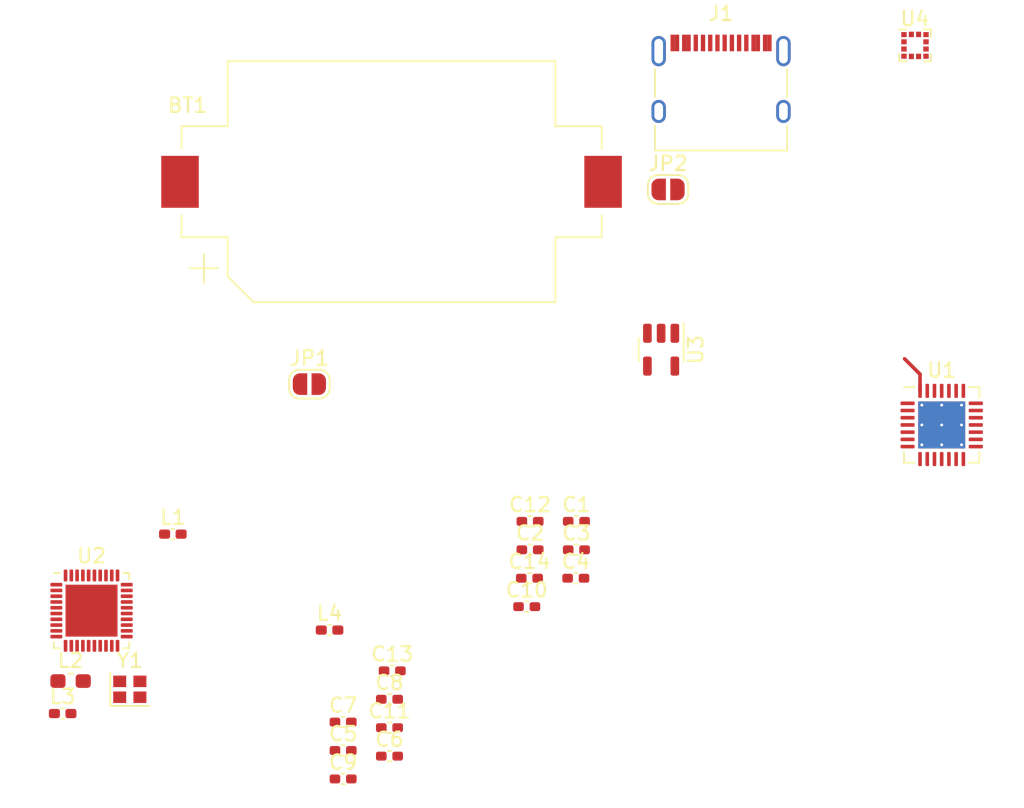
<source format=kicad_pcb>
(kicad_pcb (version 20211014) (generator pcbnew)
  (layers (0 "F.Cu" signal) (31 "B.Cu" signal) (34 "B.Paste" user) (35 "F.Paste" user) (36 "B.SilkS" user "B.Silkscreen") (37 "F.SilkS" user "F.Silkscreen") (38 "B.Mask" user) (39 "F.Mask" user) (44 "Edge.Cuts" user))
  (net 0 "")
  (net 63 "GND")
  (net 99 "Net-(U2-Pad37)")
  (net 105 "+3.3V")
  (net 106 "VBUS")
  (net 107 "/Power/D+")
  (net 108 "/Power/D-")
  (net 109 "+1V8")
  (net 110 "+5V")
  (net 111 "/MAX30003/CSB")
  (net 112 "/MAX30003/SCK")
  (net 113 "/MAX30003/MOSI")
  (net 114 "/MAX30003/MISO")
  (net 115 "/MAX30003/INT2B")
  (net 116 "/MAX30003/INTB")
  (net 117 "/Nordic_nRF52820/P0.16")
  (net 121 "/MC3419_MEMS/I2C_SDA")
  (net 124 "/MC3419_MEMS/MC3419_INT1")
  (net 125 "/MC3419_MEMS/MC3419_INT2")
  (net 129 "/MC3419_MEMS/I2C_SCL")
  (footprint "Capacitor_SMD:C_0402_1005Metric_Pad0.74x0.62mm_HandSolder" (layer "F.Cu") (at 92.5926 108.8876)
    (fp_text reference "C6" (at 0 -1.16) (layer "F.SilkS"))
    (fp_text value "12pF")
    (fp_line (start -0.115835 0.36) (end 0.115835 0.36) (layer "F.SilkS") (width 0.12))
    (fp_line (start -0.115835 -0.36) (end 0.115835 -0.36) (layer "F.SilkS") (width 0.12))
    (pad "1" smd roundrect (at -0.5675 0) (size 0.735 0.62) (layers "F.Cu" "F.Paste" "F.Mask"))
    (pad "2" smd roundrect (at 0.5675 0) (size 0.735 0.62) (layers "F.Cu" "F.Paste" "F.Mask"))
  )
  (footprint "Capacitor_SMD:C_0402_1005Metric_Pad0.74x0.62mm_HandSolder" (layer "F.Cu") (at 89.3826 110.4676)
    (fp_text reference "C9" (at 0 -1.16) (layer "F.SilkS"))
    (fp_text value "1uF")
    (fp_line (start -0.115835 -0.36) (end 0.115835 -0.36) (layer "F.SilkS") (width 0.12))
    (fp_line (start -0.115835 0.36) (end 0.115835 0.36) (layer "F.SilkS") (width 0.12))
    (pad "1" smd roundrect (at -0.5675 0) (size 0.735 0.62) (layers "F.Cu" "F.Paste" "F.Mask"))
    (pad "2" smd roundrect (at 0.5675 0) (size 0.735 0.62) (layers "F.Cu" "F.Paste" "F.Mask"))
  )
  (footprint "Capacitor_SMD:C_0402_1005Metric_Pad0.74x0.62mm_HandSolder" (layer "F.Cu") (at 92.7826 102.9776)
    (fp_text reference "C13" (at 0 -1.16) (layer "F.SilkS"))
    (fp_text value "100nF")
    (fp_line (start -0.115835 0.36) (end 0.115835 0.36) (layer "F.SilkS") (width 0.12))
    (fp_line (start -0.115835 -0.36) (end 0.115835 -0.36) (layer "F.SilkS") (width 0.12))
    (pad "1" smd roundrect (at -0.5675 0) (size 0.735 0.62) (layers "F.Cu" "F.Paste" "F.Mask"))
    (pad "2" smd roundrect (at 0.5675 0) (size 0.735 0.62) (layers "F.Cu" "F.Paste" "F.Mask"))
  )
  (footprint "Package_DFN_QFN:TQFN-28-1EP_5x5mm_P0.5mm_EP3.25x3.25mm_ThermalVias" (layer "F.Cu") (at 130.8354 85.937533)
    (fp_text reference "U1" (at 0 -3.8) (layer "F.SilkS"))
    (fp_text value "MAX30003CTI+")
    (fp_line (start 2.61 2.61) (end 2.61 1.885) (layer "F.SilkS") (width 0.12))
    (fp_line (start -2.61 2.61) (end -2.61 1.885) (layer "F.SilkS") (width 0.12))
    (fp_line (start 1.885 2.61) (end 2.61 2.61) (layer "F.SilkS") (width 0.12))
    (fp_line (start 1.885 -2.61) (end 2.61 -2.61) (layer "F.SilkS") (width 0.12))
    (fp_line (start 2.61 -2.61) (end 2.61 -1.885) (layer "F.SilkS") (width 0.12))
    (fp_line (start -1.885 2.61) (end -2.61 2.61) (layer "F.SilkS") (width 0.12))
    (fp_line (start -1.885 -2.61) (end -2.61 -2.61) (layer "F.SilkS") (width 0.12))
    (pad "1" smd roundrect (at -2.3625 -1.5) (size 0.975 0.25) (layers "F.Cu" "F.Paste" "F.Mask"))
    (pad "2" smd roundrect (at -2.3625 -1) (size 0.975 0.25) (layers "F.Cu" "F.Paste" "F.Mask"))
    (pad "3" smd roundrect (at -2.3625 -0.5) (size 0.975 0.25) (layers "F.Cu" "F.Paste" "F.Mask") (net 63 "GND"))
    (pad "4" smd roundrect (at -2.3625 0) (size 0.975 0.25) (layers "F.Cu" "F.Paste" "F.Mask"))
    (pad "5" smd roundrect (at -2.3625 0.5) (size 0.975 0.25) (layers "F.Cu" "F.Paste" "F.Mask"))
    (pad "6" smd roundrect (at -2.3625 1) (size 0.975 0.25) (layers "F.Cu" "F.Paste" "F.Mask"))
    (pad "7" smd roundrect (at -2.3625 1.5) (size 0.975 0.25) (layers "F.Cu" "F.Paste" "F.Mask"))
    (pad "8" smd roundrect (at -1.5 2.3625) (size 0.25 0.975) (layers "F.Cu" "F.Paste" "F.Mask") (net 63 "GND"))
    (pad "9" smd roundrect (at -1 2.3625) (size 0.25 0.975) (layers "F.Cu" "F.Paste" "F.Mask"))
    (pad "10" smd roundrect (at -0.5 2.3625) (size 0.25 0.975) (layers "F.Cu" "F.Paste" "F.Mask"))
    (pad "11" smd roundrect (at 0 2.3625) (size 0.25 0.975) (layers "F.Cu" "F.Paste" "F.Mask"))
    (pad "12" smd roundrect (at 0.5 2.3625) (size 0.25 0.975) (layers "F.Cu" "F.Paste" "F.Mask") (net 63 "GND"))
    (pad "13" smd roundrect (at 1 2.3625) (size 0.25 0.975) (layers "F.Cu" "F.Paste" "F.Mask"))
    (pad "14" smd roundrect (at 1.5 2.3625) (size 0.25 0.975) (layers "F.Cu" "F.Paste" "F.Mask"))
    (pad "15" smd roundrect (at 2.3625 1.5) (size 0.975 0.25) (layers "F.Cu" "F.Paste" "F.Mask") (net 111 "/MAX30003/CSB"))
    (pad "16" smd roundrect (at 2.3625 1) (size 0.975 0.25) (layers "F.Cu" "F.Paste" "F.Mask") (net 112 "/MAX30003/SCK"))
    (pad "17" smd roundrect (at 2.3625 0.5) (size 0.975 0.25) (layers "F.Cu" "F.Paste" "F.Mask") (net 113 "/MAX30003/MOSI"))
    (pad "18" smd roundrect (at 2.3625 0) (size 0.975 0.25) (layers "F.Cu" "F.Paste" "F.Mask") (net 114 "/MAX30003/MISO"))
    (pad "19" smd roundrect (at 2.3625 -0.5) (size 0.975 0.25) (layers "F.Cu" "F.Paste" "F.Mask"))
    (pad "20" smd roundrect (at 2.3625 -1) (size 0.975 0.25) (layers "F.Cu" "F.Paste" "F.Mask") (net 115 "/MAX30003/INT2B"))
    (pad "21" smd roundrect (at 2.3625 -1.5) (size 0.975 0.25) (layers "F.Cu" "F.Paste" "F.Mask") (net 116 "/MAX30003/INTB"))
    (pad "22" smd roundrect (at 1.5 -2.3625) (size 0.25 0.975) (layers "F.Cu" "F.Paste" "F.Mask"))
    (pad "23" smd roundrect (at 1 -2.3625) (size 0.25 0.975) (layers "F.Cu" "F.Paste" "F.Mask"))
    (pad "24" smd roundrect (at 0.5 -2.3625) (size 0.25 0.975) (layers "F.Cu" "F.Paste" "F.Mask"))
    (pad "25" smd roundrect (at 0 -2.3625) (size 0.25 0.975) (layers "F.Cu" "F.Paste" "F.Mask"))
    (pad "26" smd roundrect (at -0.5 -2.3625) (size 0.25 0.975) (layers "F.Cu" "F.Paste" "F.Mask"))
    (pad "27" smd roundrect (at -1 -2.3625) (size 0.25 0.975) (layers "F.Cu" "F.Paste" "F.Mask"))
    (pad "28" smd roundrect (at -1.5 -2.3625) (size 0.25 0.975) (layers "F.Cu" "F.Paste" "F.Mask") (net 63 "GND"))
    (pad "29" thru_hole circle (at 0 1.375) (size 0.5 0.5) (drill 0.2) (layers *.Cu) (net 63 "GND"))
    (pad "29" thru_hole circle (at 1.375 1.375) (size 0.5 0.5) (drill 0.2) (layers *.Cu) (net 63 "GND"))
    (pad "29" smd rect (at 0 0) (size 3.25 3.25) (layers "B.Cu") (net 63 "GND"))
    (pad "29" thru_hole circle (at -1.375 0) (size 0.5 0.5) (drill 0.2) (layers *.Cu) (net 63 "GND"))
    (pad "29" thru_hole circle (at 0 -1.375) (size 0.5 0.5) (drill 0.2) (layers *.Cu) (net 63 "GND"))
    (pad "29" thru_hole circle (at 0 0) (size 0.5 0.5) (drill 0.2) (layers *.Cu) (net 63 "GND"))
    (pad "29" thru_hole circle (at -1.375 -1.375) (size 0.5 0.5) (drill 0.2) (layers *.Cu) (net 63 "GND"))
    (pad "29" thru_hole circle (at 1.375 -1.375) (size 0.5 0.5) (drill 0.2) (layers *.Cu) (net 63 "GND"))
    (pad "29" thru_hole circle (at -1.375 1.375) (size 0.5 0.5) (drill 0.2) (layers *.Cu) (net 63 "GND"))
    (pad "29" thru_hole circle (at 1.375 0) (size 0.5 0.5) (drill 0.2) (layers *.Cu) (net 63 "GND"))
    (pad "29" smd rect (at 0 0) (size 3.25 3.25) (layers "F.Cu" "F.Mask") (net 63 "GND"))
  )
  (footprint "Capacitor_SMD:C_0402_1005Metric_Pad0.74x0.62mm_HandSolder" (layer "F.Cu") (at 105.537 94.5896)
    (fp_text reference "C3" (at 0 -1.16) (layer "F.SilkS"))
    (fp_text value "12pF")
    (fp_line (start -0.115835 0.36) (end 0.115835 0.36) (layer "F.SilkS") (width 0.12))
    (fp_line (start -0.115835 -0.36) (end 0.115835 -0.36) (layer "F.SilkS") (width 0.12))
    (pad "1" smd roundrect (at -0.5675 0) (size 0.735 0.62) (layers "F.Cu" "F.Paste" "F.Mask"))
    (pad "2" smd roundrect (at 0.5675 0) (size 0.735 0.62) (layers "F.Cu" "F.Paste" "F.Mask"))
  )
  (footprint "Capacitor_SMD:C_0402_1005Metric_Pad0.74x0.62mm_HandSolder" (layer "F.Cu") (at 89.3826 106.5276)
    (fp_text reference "C7" (at 0 -1.16) (layer "F.SilkS"))
    (fp_text value "12pF")
    (fp_line (start -0.115835 0.36) (end 0.115835 0.36) (layer "F.SilkS") (width 0.12))
    (fp_line (start -0.115835 -0.36) (end 0.115835 -0.36) (layer "F.SilkS") (width 0.12))
    (pad "1" smd roundrect (at -0.5675 0) (size 0.735 0.62) (layers "F.Cu" "F.Paste" "F.Mask"))
    (pad "2" smd roundrect (at 0.5675 0) (size 0.735 0.62) (layers "F.Cu" "F.Paste" "F.Mask"))
  )
  (footprint "Capacitor_SMD:C_0402_1005Metric_Pad0.74x0.62mm_HandSolder" (layer "F.Cu") (at 92.5926 104.9476)
    (fp_text reference "C8" (at 0 -1.16) (layer "F.SilkS"))
    (fp_text value "100pF")
    (fp_line (start -0.115835 0.36) (end 0.115835 0.36) (layer "F.SilkS") (width 0.12))
    (fp_line (start -0.115835 -0.36) (end 0.115835 -0.36) (layer "F.SilkS") (width 0.12))
    (pad "1" smd roundrect (at -0.5675 0) (size 0.735 0.62) (layers "F.Cu" "F.Paste" "F.Mask"))
    (pad "2" smd roundrect (at 0.5675 0) (size 0.735 0.62) (layers "F.Cu" "F.Paste" "F.Mask"))
  )
  (footprint "Jumper:SolderJumper-2_P1.3mm_Open_RoundedPad1.0x1.5mm" (layer "F.Cu") (at 111.8854 69.617533)
    (fp_text reference "JP2" (at 0 -1.8) (layer "F.SilkS"))
    (fp_text value "SolderJumper_2_Open")
    (fp_line (start 1.4 -0.3) (end 1.4 0.3) (layer "F.SilkS") (width 0.12))
    (fp_line (start -0.7 -1) (end 0.7 -1) (layer "F.SilkS") (width 0.12))
    (fp_line (start -1.4 0.3) (end -1.4 -0.3) (layer "F.SilkS") (width 0.12))
    (fp_line (start 0.7 1) (end -0.7 1) (layer "F.SilkS") (width 0.12))
    (fp_arc (start -1.4 -0.3) (mid -1.194975 -0.794975) (end -0.7 -1) (layer "F.SilkS") (width 0.12))
    (fp_arc (start 1.4 0.3) (mid 1.194975 0.794975) (end 0.7 1) (layer "F.SilkS") (width 0.12))
    (fp_arc (start -0.7 1) (mid -1.194975 0.794975) (end -1.4 0.3) (layer "F.SilkS") (width 0.12))
    (fp_arc (start 0.7 -1) (mid 1.194975 -0.794975) (end 1.4 -0.3) (layer "F.SilkS") (width 0.12))
    (pad "1" smd custom (at -0.65 0) (size 1 0.5) (layers "F.Cu" "F.Mask") (net 109 "+1V8") (options (clearance outline) (anchor rect)) (primitives (gr_circle (center 0 0.25) (end 0.5 0.25) (width 0) (fill yes)) (gr_circle (center 0 -0.25) (end 0.5 -0.25) (width 0) (fill yes)) (gr_poly (pts (xy 0.5 0.75) (xy 0 0.75) (xy 0 -0.75) (xy 0.5 -0.75)) (width 0) (fill yes))))
    (pad "2" smd custom (at 0.65 0) (size 1 0.5) (layers "F.Cu" "F.Mask") (net 110 "+5V") (options (clearance outline) (anchor rect)) (primitives (gr_circle (center 0 0.25) (end 0.5 0.25) (width 0) (fill yes)) (gr_circle (center 0 -0.25) (end 0.5 -0.25) (width 0) (fill yes)) (gr_poly (pts (xy 0 0.75) (xy -0.5 0.75) (xy -0.5 -0.75) (xy 0 -0.75)) (width 0) (fill yes))))
  )
  (footprint "Capacitor_SMD:C_0402_1005Metric_Pad0.74x0.62mm_HandSolder" (layer "F.Cu") (at 89.3826 108.4976)
    (fp_text reference "C5" (at 0 -1.16) (layer "F.SilkS"))
    (fp_text value "820pF")
    (fp_line (start -0.115835 -0.36) (end 0.115835 -0.36) (layer "F.SilkS") (width 0.12))
    (fp_line (start -0.115835 0.36) (end 0.115835 0.36) (layer "F.SilkS") (width 0.12))
    (pad "1" smd roundrect (at -0.5675 0) (size 0.735 0.62) (layers "F.Cu" "F.Paste" "F.Mask"))
    (pad "2" smd roundrect (at 0.5675 0) (size 0.735 0.62) (layers "F.Cu" "F.Paste" "F.Mask"))
  )
  (footprint "Capacitor_SMD:C_0402_1005Metric_Pad0.74x0.62mm_HandSolder" (layer "F.Cu") (at 102.327 92.6196)
    (fp_text reference "C12" (at 0 -1.16) (layer "F.SilkS"))
    (fp_text value "100nF")
    (fp_line (start -0.115835 -0.36) (end 0.115835 -0.36) (layer "F.SilkS") (width 0.12))
    (fp_line (start -0.115835 0.36) (end 0.115835 0.36) (layer "F.SilkS") (width 0.12))
    (pad "1" smd roundrect (at -0.5675 0) (size 0.735 0.62) (layers "F.Cu" "F.Paste" "F.Mask"))
    (pad "2" smd roundrect (at 0.5675 0) (size 0.735 0.62) (layers "F.Cu" "F.Paste" "F.Mask"))
  )
  (footprint "Crystal:Crystal_SMD_2016-4Pin_2.0x1.6mm" (layer "F.Cu") (at 74.6082 104.256)
    (fp_text reference "Y1" (at 0 -2) (layer "F.SilkS"))
    (fp_text value "Crystal_GND23")
    (fp_line (start -1.35 1.15) (end 1.35 1.15) (layer "F.SilkS") (width 0.12))
    (fp_line (start -1.35 -1.15) (end -1.35 1.15) (layer "F.SilkS") (width 0.12))
    (pad "1" smd rect (at -0.7 0.55) (size 0.9 0.8) (layers "F.Cu" "F.Paste" "F.Mask"))
    (pad "2" smd rect (at 0.7 0.55) (size 0.9 0.8) (layers "F.Cu" "F.Paste" "F.Mask"))
    (pad "3" smd rect (at 0.7 -0.55) (size 0.9 0.8) (layers "F.Cu" "F.Paste" "F.Mask"))
    (pad "4" smd rect (at -0.7 -0.55) (size 0.9 0.8) (layers "F.Cu" "F.Paste" "F.Mask"))
  )
  (footprint "Inductor_SMD:L_0402_1005Metric_Pad0.77x0.64mm_HandSolder" (layer "F.Cu") (at 69.9582 105.936)
    (fp_text reference "L3" (at 0 -1.17) (layer "F.SilkS"))
    (fp_text value "4.7nH")
    (fp_line (start -0.1002 -0.36) (end 0.1002 -0.36) (layer "F.SilkS") (width 0.12))
    (fp_line (start -0.1002 0.36) (end 0.1002 0.36) (layer "F.SilkS") (width 0.12))
    (pad "1" smd roundrect (at -0.5725 0) (size 0.765 0.64) (layers "F.Cu" "F.Paste" "F.Mask"))
    (pad "2" smd roundrect (at 0.5725 0) (size 0.765 0.64) (layers "F.Cu" "F.Paste" "F.Mask"))
  )
  (footprint "Inductor_SMD:L_0603_1608Metric_Pad1.05x0.95mm_HandSolder" (layer "F.Cu") (at 70.5082 103.686)
    (fp_text reference "L2" (at 0 -1.43) (layer "F.SilkS"))
    (fp_text value "10uH")
    (fp_line (start -0.171267 0.51) (end 0.171267 0.51) (layer "F.SilkS") (width 0.12))
    (fp_line (start -0.171267 -0.51) (end 0.171267 -0.51) (layer "F.SilkS") (width 0.12))
    (pad "1" smd roundrect (at -0.875 0) (size 1.05 0.95) (layers "F.Cu" "F.Paste" "F.Mask"))
    (pad "2" smd roundrect (at 0.875 0) (size 1.05 0.95) (layers "F.Cu" "F.Paste" "F.Mask"))
  )
  (footprint "Jumper:SolderJumper-2_P1.3mm_Open_RoundedPad1.0x1.5mm" (layer "F.Cu") (at 87.0458 83.1088)
    (fp_text reference "JP1" (at 0 -1.8) (layer "F.SilkS"))
    (fp_text value "SolderJumper_2_Open")
    (fp_line (start -0.7 -1) (end 0.7 -1) (layer "F.SilkS") (width 0.12))
    (fp_line (start -1.4 0.3) (end -1.4 -0.3) (layer "F.SilkS") (width 0.12))
    (fp_line (start 1.4 -0.3) (end 1.4 0.3) (layer "F.SilkS") (width 0.12))
    (fp_line (start 0.7 1) (end -0.7 1) (layer "F.SilkS") (width 0.12))
    (fp_arc (start -1.4 -0.3) (mid -1.194975 -0.794975) (end -0.7 -1) (layer "F.SilkS") (width 0.12))
    (fp_arc (start 1.4 0.3) (mid 1.194975 0.794975) (end 0.7 1) (layer "F.SilkS") (width 0.12))
    (fp_arc (start 0.7 -1) (mid 1.194975 -0.794975) (end 1.4 -0.3) (layer "F.SilkS") (width 0.12))
    (fp_arc (start -0.7 1) (mid -1.194975 0.794975) (end -1.4 0.3) (layer "F.SilkS") (width 0.12))
    (pad "1" smd custom (at -0.65 0) (size 1 0.5) (layers "F.Cu" "F.Mask") (options (clearance outline) (anchor rect)) (primitives (gr_circle (center 0 0.25) (end 0.5 0.25) (width 0) (fill yes)) (gr_circle (center 0 -0.25) (end 0.5 -0.25) (width 0) (fill yes)) (gr_poly (pts (xy 0.5 0.75) (xy 0 0.75) (xy 0 -0.75) (xy 0.5 -0.75)) (width 0) (fill yes))))
    (pad "2" smd custom (at 0.65 0) (size 1 0.5) (layers "F.Cu" "F.Mask") (options (clearance outline) (anchor rect)) (primitives (gr_circle (center 0 0.25) (end 0.5 0.25) (width 0) (fill yes)) (gr_circle (center 0 -0.25) (end 0.5 -0.25) (width 0) (fill yes)) (gr_poly (pts (xy 0 0.75) (xy -0.5 0.75) (xy -0.5 -0.75) (xy 0 -0.75)) (width 0) (fill yes))))
  )
  (footprint "Capacitor_SMD:C_0402_1005Metric_Pad0.74x0.62mm_HandSolder" (layer "F.Cu") (at 92.5926 106.9176)
    (fp_text reference "C11" (at 0 -1.16) (layer "F.SilkS"))
    (fp_text value "1.2pF")
    (fp_line (start -0.115835 0.36) (end 0.115835 0.36) (layer "F.SilkS") (width 0.12))
    (fp_line (start -0.115835 -0.36) (end 0.115835 -0.36) (layer "F.SilkS") (width 0.12))
    (pad "1" smd roundrect (at -0.5675 0) (size 0.735 0.62) (layers "F.Cu" "F.Paste" "F.Mask"))
    (pad "2" smd roundrect (at 0.5675 0) (size 0.735 0.62) (layers "F.Cu" "F.Paste" "F.Mask"))
  )
  (footprint "Inductor_SMD:L_0402_1005Metric_Pad0.77x0.64mm_HandSolder" (layer "F.Cu") (at 77.5892 93.503)
    (fp_text reference "L1" (at 0 -1.17) (layer "F.SilkS"))
    (fp_text value "15nH")
    (fp_line (start -0.1002 -0.36) (end 0.1002 -0.36) (layer "F.SilkS") (width 0.12))
    (fp_line (start -0.1002 0.36) (end 0.1002 0.36) (layer "F.SilkS") (width 0.12))
    (pad "1" smd roundrect (at -0.5725 0) (size 0.765 0.64) (layers "F.Cu" "F.Paste" "F.Mask"))
    (pad "2" smd roundrect (at 0.5725 0) (size 0.765 0.64) (layers "F.Cu" "F.Paste" "F.Mask"))
  )
  (footprint "Package_LGA:LGA-12_2x2mm_P0.5mm" (layer "F.Cu") (at 128.9854 59.637533)
    (fp_text reference "U4" (at 0 -1.85) (layer "F.SilkS"))
    (fp_text value "MC3419")
    (fp_line (start 1.1 0.6) (end 1.1 1.1) (layer "F.SilkS") (width 0.12))
    (fp_line (start -0.6 -1.1) (end -1.1 -1.1) (layer "F.SilkS") (width 0.12))
    (fp_line (start -0.6 1.1) (end -1.1 1.1) (layer "F.SilkS") (width 0.12))
    (fp_line (start 1.1 -1.1) (end 1.1 -0.6) (layer "F.SilkS") (width 0.12))
    (fp_line (start 0.6 1.1) (end 0.6 1.1) (layer "F.SilkS") (width 0.12))
    (fp_line (start -1.1 1.1) (end -1.1 0.6) (layer "F.SilkS") (width 0.12))
    (fp_line (start -1.1 -1.1) (end -1.1 -1.1) (layer "F.SilkS") (width 0.12))
    (fp_line (start 1.1 1.1) (end 0.6 1.1) (layer "F.SilkS") (width 0.12))
    (fp_line (start 1.1 -0.6) (end 1.1 -0.6) (layer "F.SilkS") (width 0.12))
    (fp_line (start 0.6 -1.1) (end 1.1 -1.1) (layer "F.SilkS") (width 0.12))
    (fp_line (start -1.1 0.6) (end -1.1 0.6) (layer "F.SilkS") (width 0.12))
    (pad "1" smd rect (at -0.7625 -0.75) (size 0.375 0.35) (layers "F.Cu" "F.Paste" "F.Mask"))
    (pad "2" smd rect (at -0.7625 -0.25) (size 0.375 0.35) (layers "F.Cu" "F.Paste" "F.Mask") (net 121 "/MC3419_MEMS/I2C_SDA"))
    (pad "3" smd rect (at -0.7625 0.25) (size 0.375 0.35) (layers "F.Cu" "F.Paste" "F.Mask"))
    (pad "4" smd rect (at -0.7625 0.75) (size 0.375 0.35) (layers "F.Cu" "F.Paste" "F.Mask"))
    (pad "5" smd rect (at -0.25 0.7625 90) (size 0.375 0.35) (layers "F.Cu" "F.Paste" "F.Mask") (net 124 "/MC3419_MEMS/MC3419_INT1"))
    (pad "6" smd rect (at 0.25 0.7625 90) (size 0.375 0.35) (layers "F.Cu" "F.Paste" "F.Mask") (net 125 "/MC3419_MEMS/MC3419_INT2"))
    (pad "7" smd rect (at 0.7625 0.75) (size 0.375 0.35) (layers "F.Cu" "F.Paste" "F.Mask") (net 109 "+1V8"))
    (pad "8" smd rect (at 0.7625 0.25) (size 0.375 0.35) (layers "F.Cu" "F.Paste" "F.Mask"))
    (pad "9" smd rect (at 0.7625 -0.25) (size 0.375 0.35) (layers "F.Cu" "F.Paste" "F.Mask") (net 63 "GND"))
    (pad "10" smd rect (at 0.7625 -0.75) (size 0.375 0.35) (layers "F.Cu" "F.Paste" "F.Mask"))
    (pad "11" smd rect (at 0.25 -0.7625 90) (size 0.375 0.35) (layers "F.Cu" "F.Paste" "F.Mask"))
    (pad "12" smd rect (at -0.25 -0.7625 90) (size 0.375 0.35) (layers "F.Cu" "F.Paste" "F.Mask") (net 129 "/MC3419_MEMS/I2C_SCL"))
  )
  (footprint "Battery:BatteryHolder_Keystone_1060_1x2032" (layer "F.Cu") (at 92.7354 69.088)
    (fp_text reference "BT1" (at -14.125 -5.3) (layer "F.SilkS"))
    (fp_text value "3.3V_CR2032")
    (fp_line (start -14.55 3.85) (end -14.55 2.3) (layer "F.SilkS") (width 0.12))
    (fp_line (start -11.35 -8.35) (end 11.35 -8.35) (layer "F.SilkS") (width 0.12))
    (fp_line (start -11.35 -8.35) (end -11.35 -3.85) (layer "F.SilkS") (width 0.12))
    (fp_line (start -11.35 -3.85) (end -14.55 -3.85) (layer "F.SilkS") (width 0.12))
    (fp_line (start -11.35 6.55) (end -11.35 3.85) (layer "F.SilkS") (width 0.12))
    (fp_line (start 11.35 -3.85) (end 14.55 -3.85) (layer "F.SilkS") (width 0.12))
    (fp_line (start -11.35 3.85) (end -14.55 3.85) (layer "F.SilkS") (width 0.12))
    (fp_line (start -12 6) (end -14 6) (layer "F.SilkS") (width 0.12))
    (fp_line (start 14.55 3.85) (end 14.55 2.3) (layer "F.SilkS") (width 0.12))
    (fp_line (start 14.55 -3.85) (end 14.55 -2.3) (layer "F.SilkS") (width 0.12))
    (fp_line (start 11.35 3.85) (end 14.55 3.85) (layer "F.SilkS") (width 0.12))
    (fp_line (start -13 5) (end -13 7) (layer "F.SilkS") (width 0.12))
    (fp_line (start -14.55 -3.85) (end -14.55 -2.3) (layer "F.SilkS") (width 0.12))
    (fp_line (start 11.35 8.35) (end 11.35 3.85) (layer "F.SilkS") (width 0.12))
    (fp_line (start -9.55 8.35) (end -11.35 6.55) (layer "F.SilkS") (width 0.12))
    (fp_line (start 11.35 8.35) (end -9.55 8.35) (layer "F.SilkS") (width 0.12))
    (fp_line (start 11.35 -8.35) (end 11.35 -3.85) (layer "F.SilkS") (width 0.12))
    (pad "1" smd rect (at -14.65 0 180) (size 2.6 3.6) (layers "F.Cu" "F.Paste" "F.Mask") (net 105 "+3.3V"))
    (pad "2" smd rect (at 14.65 0 180) (size 2.6 3.6) (layers "F.Cu" "F.Paste" "F.Mask") (net 63 "GND"))
  )
  (footprint "SB_Conn:USB_C_Receptacle_XKB_U262-16XN-4BVC11" (layer "F.Cu") (at 115.5554 63.137533)
    (fp_text reference "J1" (at 0 -5.715) (layer "F.SilkS"))
    (fp_text value "USB_C_Receptacle" hide)
    (fp_line (start -4.58 -1.85) (end -4.58 0.07) (layer "F.SilkS") (width 0.12))
    (fp_line (start 4.58 3.785) (end -4.58 3.785) (layer "F.SilkS") (width 0.12))
    (fp_line (start -4.58 3.785) (end -4.58 2.08) (layer "F.SilkS") (width 0.12))
    (fp_line (start 4.58 0.07) (end 4.58 -1.85) (layer "F.SilkS") (width 0.12))
    (fp_line (start 4.58 2.08) (end 4.58 3.785) (layer "F.SilkS") (width 0.12))
    (pad "" np_thru_hole circle (at 2.89 -2.605) (size 0.65 0.65) (drill 0.65) (layers *.Cu *.Mask))
    (pad "" np_thru_hole circle (at -2.89 -2.605) (size 0.65 0.65) (drill 0.65) (layers *.Cu *.Mask))
    (pad "A1" smd rect (at -3.35 -3.67) (size 0.3 1.15) (layers "F.Cu" "F.Paste" "F.Mask") (net 63 "GND"))
    (pad "A4" smd rect (at -2.55 -3.67) (size 0.3 1.15) (layers "F.Cu" "F.Paste" "F.Mask") (net 106 "VBUS"))
    (pad "A5" smd rect (at -1.25 -3.67) (size 0.3 1.15) (layers "F.Cu" "F.Paste" "F.Mask"))
    (pad "A6" smd rect (at -0.25 -3.67) (size 0.3 1.15) (layers "F.Cu" "F.Paste" "F.Mask") (net 107 "/Power/D+"))
    (pad "A7" smd rect (at 0.25 -3.67) (size 0.3 1.15) (layers "F.Cu" "F.Paste" "F.Mask") (net 108 "/Power/D-"))
    (pad "A8" smd rect (at 1.25 -3.67) (size 0.3 1.15) (layers "F.Cu" "F.Paste" "F.Mask"))
    (pad "A9" smd rect (at 2.55 -3.67) (size 0.3 1.15) (layers "F.Cu" "F.Paste" "F.Mask") (net 106 "VBUS"))
    (pad "A12" smd rect (at 3.35 -3.67) (size 0.3 1.15) (layers "F.Cu" "F.Paste" "F.Mask") (net 63 "GND"))
    (pad "B1" smd rect (at 3.05 -3.67) (size 0.3 1.15) (layers "F.Cu" "F.Paste" "F.Mask") (net 63 "GND"))
    (pad "B4" smd rect (at 2.25 -3.67) (size 0.3 1.15) (layers "F.Cu" "F.Paste" "F.Mask") (net 106 "VBUS"))
    (pad "B5" smd rect (at 1.75 -3.67) (size 0.3 1.15) (layers "F.Cu" "F.Paste" "F.Mask"))
    (pad "B6" smd rect (at 0.75 -3.67) (size 0.3 1.15) (layers "F.Cu" "F.Paste" "F.Mask") (net 107 "/Power/D+"))
    (pad "B7" smd rect (at -0.75 -3.67) (size 0.3 1.15) (layers "F.Cu" "F.Paste" "F.Mask") (net 108 "/Power/D-"))
    (pad "B8" smd rect (at -1.75 -3.67) (size 0.3 1.15) (layers "F.Cu" "F.Paste" "F.Mask"))
    (pad "B9" smd rect (at -2.25 -3.67) (size 0.3 1.15) (layers "F.Cu" "F.Paste" "F.Mask") (net 106 "VBUS"))
    (pad "B12" smd rect (at -3.05 -3.67) (size 0.3 1.15) (layers "F.Cu" "F.Paste" "F.Mask") (net 63 "GND"))
    (pad "S1" thru_hole oval (at -4.32 1.075) (size 1 1.6) (drill oval 0.6 1.2) (layers *.Cu *.Mask) (net 63 "GND"))
    (pad "S1" thru_hole oval (at -4.32 -3.105) (size 1 2.1) (drill oval 0.6 1.7) (layers *.Cu *.Mask) (net 63 "GND"))
    (pad "S1" thru_hole oval (at 4.32 1.075) (size 1 1.6) (drill oval 0.6 1.2) (layers *.Cu *.Mask) (net 63 "GND"))
    (pad "S1" thru_hole oval (at 4.32 -3.105) (size 1 2.1) (drill oval 0.6 1.7) (layers *.Cu *.Mask) (net 63 "GND"))
  )
  (footprint "Package_DFN_QFN:QFN-40-1EP_5x5mm_P0.4mm_EP3.6x3.6mm" (layer "F.Cu") (at 71.9582 98.806)
    (fp_text reference "U2" (at 0 -3.8) (layer "F.SilkS"))
    (fp_text value "nRF52820-QDxx")
    (fp_line (start 2.61 2.61) (end 2.61 2.185) (layer "F.SilkS") (width 0.12))
    (fp_line (start 2.61 -2.61) (end 2.61 -2.185) (layer "F.SilkS") (width 0.12))
    (fp_line (start 2.185 2.61) (end 2.61 2.61) (layer "F.SilkS") (width 0.12))
    (fp_line (start -2.185 2.61) (end -2.61 2.61) (layer "F.SilkS") (width 0.12))
    (fp_line (start 2.185 -2.61) (end 2.61 -2.61) (layer "F.SilkS") (width 0.12))
    (fp_line (start -2.61 2.61) (end -2.61 2.185) (layer "F.SilkS") (width 0.12))
    (fp_line (start -2.185 -2.61) (end -2.61 -2.61) (layer "F.SilkS") (width 0.12))
    (pad "1" smd roundrect (at -2.4375 -1.8) (size 0.825 0.25) (layers "F.Cu" "F.Paste" "F.Mask"))
    (pad "2" smd roundrect (at -2.4375 -1.4) (size 0.825 0.25) (layers "F.Cu" "F.Paste" "F.Mask"))
    (pad "3" smd roundrect (at -2.4375 -1) (size 0.825 0.25) (layers "F.Cu" "F.Paste" "F.Mask"))
    (pad "4" smd roundrect (at -2.4375 -0.6) (size 0.825 0.25) (layers "F.Cu" "F.Paste" "F.Mask"))
    (pad "5" smd roundrect (at -2.4375 -0.2) (size 0.825 0.25) (layers "F.Cu" "F.Paste" "F.Mask"))
    (pad "6" smd roundrect (at -2.4375 0.2) (size 0.825 0.25) (layers "F.Cu" "F.Paste" "F.Mask"))
    (pad "7" smd roundrect (at -2.4375 0.6) (size 0.825 0.25) (layers "F.Cu" "F.Paste" "F.Mask"))
    (pad "8" smd roundrect (at -2.4375 1) (size 0.825 0.25) (layers "F.Cu" "F.Paste" "F.Mask"))
    (pad "9" smd roundrect (at -2.4375 1.4) (size 0.825 0.25) (layers "F.Cu" "F.Paste" "F.Mask"))
    (pad "10" smd roundrect (at -2.4375 1.8) (size 0.825 0.25) (layers "F.Cu" "F.Paste" "F.Mask"))
    (pad "11" smd roundrect (at -1.8 2.4375) (size 0.25 0.825) (layers "F.Cu" "F.Paste" "F.Mask"))
    (pad "12" smd roundrect (at -1.4 2.4375) (size 0.25 0.825) (layers "F.Cu" "F.Paste" "F.Mask"))
    (pad "13" smd roundrect (at -1 2.4375) (size 0.25 0.825) (layers "F.Cu" "F.Paste" "F.Mask"))
    (pad "14" smd roundrect (at -0.6 2.4375) (size 0.25 0.825) (layers "F.Cu" "F.Paste" "F.Mask"))
    (pad "15" smd roundrect (at -0.2 2.4375) (size 0.25 0.825) (layers "F.Cu" "F.Paste" "F.Mask"))
    (pad "16" smd roundrect (at 0.2 2.4375) (size 0.25 0.825) (layers "F.Cu" "F.Paste" "F.Mask"))
    (pad "17" smd roundrect (at 0.6 2.4375) (size 0.25 0.825) (layers "F.Cu" "F.Paste" "F.Mask"))
    (pad "18" smd roundrect (at 1 2.4375) (size 0.25 0.825) (layers "F.Cu" "F.Paste" "F.Mask"))
    (pad "19" smd roundrect (at 1.4 2.4375) (size 0.25 0.825) (layers "F.Cu" "F.Paste" "F.Mask"))
    (pad "20" smd roundrect (at 1.8 2.4375) (size 0.25 0.825) (layers "F.Cu" "F.Paste" "F.Mask"))
    (pad "21" smd roundrect (at 2.4375 1.8) (size 0.825 0.25) (layers "F.Cu" "F.Paste" "F.Mask"))
    (pad "22" smd roundrect (at 2.4375 1.4) (size 0.825 0.25) (layers "F.Cu" "F.Paste" "F.Mask") (net 117 "/Nordic_nRF52820/P0.16"))
    (pad "23" smd roundrect (at 2.4375 1) (size 0.825 0.25) (layers "F.Cu" "F.Paste" "F.Mask"))
    (pad "24" smd roundrect (at 2.4375 0.6) (size 0.825 0.25) (layers "F.Cu" "F.Paste" "F.Mask"))
    (pad "25" smd roundrect (at 2.4375 0.2) (size 0.825 0.25) (layers "F.Cu" "F.Paste" "F.Mask"))
    (pad "26" smd roundrect (at 2.4375 -0.2) (size 0.825 0.25) (layers "F.Cu" "F.Paste" "F.Mask"))
    (pad "27" smd roundrect (at 2.4375 -0.6) (size 0.825 0.25) (layers "F.Cu" "F.Paste" "F.Mask"))
    (pad "28" smd roundrect (at 2.4375 -1) (size 0.825 0.25) (layers "F.Cu" "F.Paste" "F.Mask"))
    (pad "29" smd roundrect (at 2.4375 -1.4) (size 0.825 0.25) (layers "F.Cu" "F.Paste" "F.Mask"))
    (pad "30" smd roundrect (at 2.4375 -1.8) (size 0.825 0.25) (layers "F.Cu" "F.Paste" "F.Mask"))
    (pad "31" smd roundrect (at 1.8 -2.4375) (size 0.25 0.825) (layers "F.Cu" "F.Paste" "F.Mask"))
    (pad "32" smd roundrect (at 1.4 -2.4375) (size 0.25 0.825) (layers "F.Cu" "F.Paste" "F.Mask"))
    (pad "33" smd roundrect (at 1 -2.4375) (size 0.25 0.825) (layers "F.Cu" "F.Paste" "F.Mask"))
    (pad "34" smd roundrect (at 0.6 -2.4375) (size 0.25 0.825) (layers "F.Cu" "F.Paste" "F.Mask"))
    (pad "35" smd roundrect (at 0.2 -2.4375) (size 0.25 0.825) (layers "F.Cu" "F.Paste" "F.Mask"))
    (pad "36" smd roundrect (at -0.2 -2.4375) (size 0.25 0.825) (layers "F.Cu" "F.Paste" "F.Mask"))
    (pad "37" smd roundrect (at -0.6 -2.4375) (size 0.25 0.825) (layers "F.Cu" "F.Paste" "F.Mask") (net 99 "Net-(U2-Pad37)"))
    (pad "38" smd roundrect (at -1 -2.4375) (size 0.25 0.825) (layers "F.Cu" "F.Paste" "F.Mask"))
    (pad "39" smd roundrect (at -1.4 -2.4375) (size 0.25 0.825) (layers "F.Cu" "F.Paste" "F.Mask"))
    (pad "40" smd roundrect (at -1.8 -2.4375) (size 0.25 0.825) (layers "F.Cu" "F.Paste" "F.Mask"))
    (pad "41" smd rect (at 0 0) (size 3.6 3.6) (layers "F.Cu" "F.Mask") (net 99 "Net-(U2-Pad37)"))
  )
  (footprint "Capacitor_SMD:C_0402_1005Metric_Pad0.74x0.62mm_HandSolder" (layer "F.Cu") (at 102.287 96.5596)
    (fp_text reference "C14" (at 0 -1.16) (layer "F.SilkS"))
    (fp_text value "100nF")
    (fp_line (start -0.115835 0.36) (end 0.115835 0.36) (layer "F.SilkS") (width 0.12))
    (fp_line (start -0.115835 -0.36) (end 0.115835 -0.36) (layer "F.SilkS") (width 0.12))
    (pad "1" smd roundrect (at -0.5675 0) (size 0.735 0.62) (layers "F.Cu" "F.Paste" "F.Mask"))
    (pad "2" smd roundrect (at 0.5675 0) (size 0.735 0.62) (layers "F.Cu" "F.Paste" "F.Mask"))
  )
  (footprint "Capacitor_SMD:C_0402_1005Metric_Pad0.74x0.62mm_HandSolder" (layer "F.Cu") (at 102.097 98.5296)
    (fp_text reference "C10" (at 0 -1.16) (layer "F.SilkS"))
    (fp_text value "1pF")
    (fp_line (start -0.115835 -0.36) (end 0.115835 -0.36) (layer "F.SilkS") (width 0.12))
    (fp_line (start -0.115835 0.36) (end 0.115835 0.36) (layer "F.SilkS") (width 0.12))
    (pad "1" smd roundrect (at -0.5675 0) (size 0.735 0.62) (layers "F.Cu" "F.Paste" "F.Mask"))
    (pad "2" smd roundrect (at 0.5675 0) (size 0.735 0.62) (layers "F.Cu" "F.Paste" "F.Mask"))
  )
  (footprint "Capacitor_SMD:C_0402_1005Metric_Pad0.74x0.62mm_HandSolder" (layer "F.Cu") (at 105.537 92.6196)
    (fp_text reference "C1" (at 0 -1.16) (layer "F.SilkS"))
    (fp_text value "4.7uF")
    (fp_line (start -0.115835 -0.36) (end 0.115835 -0.36) (layer "F.SilkS") (width 0.12))
    (fp_line (start -0.115835 0.36) (end 0.115835 0.36) (layer "F.SilkS") (width 0.12))
    (pad "1" smd roundrect (at -0.5675 0) (size 0.735 0.62) (layers "F.Cu" "F.Paste" "F.Mask"))
    (pad "2" smd roundrect (at 0.5675 0) (size 0.735 0.62) (layers "F.Cu" "F.Paste" "F.Mask"))
  )
  (footprint "Package_TO_SOT_SMD:SOT-23-5" (layer "F.Cu") (at 111.4044 80.7212 -90)
    (fp_text reference "U3" (at 0 -2.4 90) (layer "F.SilkS"))
    (fp_text value "RT9193-18GB")
    (fp_line (start 0 -1.56) (end -1.8 -1.56) (layer "F.SilkS") (width 0.12))
    (fp_line (start 0 1.56) (end 0.8 1.56) (layer "F.SilkS") (width 0.12))
    (fp_line (start 0 1.56) (end -0.8 1.56) (layer "F.SilkS") (width 0.12))
    (fp_line (start 0 -1.56) (end 0.8 -1.56) (layer "F.SilkS") (width 0.12))
    (pad "1" smd roundrect (at -1.1375 -0.95 270) (size 1.325 0.6) (layers "F.Cu" "F.Paste" "F.Mask") (net 110 "+5V"))
    (pad "2" smd roundrect (at -1.1375 0 270) (size 1.325 0.6) (layers "F.Cu" "F.Paste" "F.Mask") (net 63 "GND"))
    (pad "3" smd roundrect (at -1.1375 0.95 270) (size 1.325 0.6) (layers "F.Cu" "F.Paste" "F.Mask"))
    (pad "4" smd roundrect (at 1.1375 0.95 270) (size 1.325 0.6) (layers "F.Cu" "F.Paste" "F.Mask"))
    (pad "5" smd roundrect (at 1.1375 -0.95 270) (size 1.325 0.6) (layers "F.Cu" "F.Paste" "F.Mask") (net 109 "+1V8"))
  )
  (footprint "Capacitor_SMD:C_0402_1005Metric_Pad0.74x0.62mm_HandSolder" (layer "F.Cu") (at 102.327 94.5896)
    (fp_text reference "C2" (at 0 -1.16) (layer "F.SilkS"))
    (fp_text value "4.7uF")
    (fp_line (start -0.115835 -0.36) (end 0.115835 -0.36) (layer "F.SilkS") (width 0.12))
    (fp_line (start -0.115835 0.36) (end 0.115835 0.36) (layer "F.SilkS") (width 0.12))
    (pad "1" smd roundrect (at -0.5675 0) (size 0.735 0.62) (layers "F.Cu" "F.Paste" "F.Mask"))
    (pad "2" smd roundrect (at 0.5675 0) (size 0.735 0.62) (layers "F.Cu" "F.Paste" "F.Mask"))
  )
  (footprint "Capacitor_SMD:C_0402_1005Metric_Pad0.74x0.62mm_HandSolder" (layer "F.Cu") (at 105.497 96.5596)
    (fp_text reference "C4" (at 0 -1.16) (layer "F.SilkS"))
    (fp_text value "12pF")
    (fp_line (start -0.115835 -0.36) (end 0.115835 -0.36) (layer "F.SilkS") (width 0.12))
    (fp_line (start -0.115835 0.36) (end 0.115835 0.36) (layer "F.SilkS") (width 0.12))
    (pad "1" smd roundrect (at -0.5675 0) (size 0.735 0.62) (layers "F.Cu" "F.Paste" "F.Mask"))
    (pad "2" smd roundrect (at 0.5675 0) (size 0.735 0.62) (layers "F.Cu" "F.Paste" "F.Mask"))
  )
  (footprint "Inductor_SMD:L_0402_1005Metric_Pad0.77x0.64mm_HandSolder" (layer "F.Cu") (at 88.4428 100.1522)
    (fp_text reference "L4" (at 0 -1.17) (layer "F.SilkS"))
    (fp_text value "2.2nH")
    (fp_line (start -0.1002 -0.36) (end 0.1002 -0.36) (layer "F.SilkS") (width 0.12))
    (fp_line (start -0.1002 0.36) (end 0.1002 0.36) (layer "F.SilkS") (width 0.12))
    (pad "1" smd roundrect (at -0.5725 0) (size 0.765 0.64) (layers "F.Cu" "F.Paste" "F.Mask"))
    (pad "2" smd roundrect (at 0.5725 0) (size 0.765 0.64) (layers "F.Cu" "F.Paste" "F.Mask"))
  )
  (segment (start 129.3354 82.4216) (end 128.27 81.3562) (width 0.25) (layer "F.Cu") (net 63))
  (segment (start 129.3354 83.575033) (end 129.3354 82.4216) (width 0.25) (layer "F.Cu") (net 63))
)
</source>
